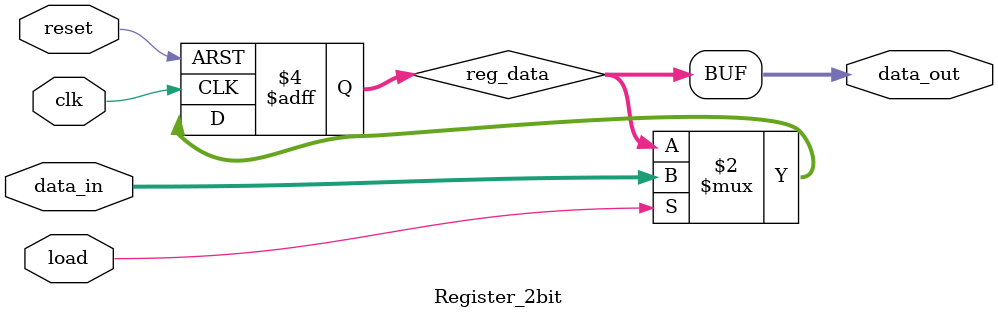
<source format=v>
module Register_2bit (
    input wire clk,
    input wire reset,
    input wire load,
    input wire [1:0] data_in,
    output wire [1:0] data_out
);

    reg [1:0] reg_data;

    always @(posedge clk or posedge reset) begin
        if (reset) begin
            reg_data <= 2'b00;
        end else if (load) begin
            reg_data <= data_in;
        end
    end

    assign data_out = reg_data;

endmodule
</source>
